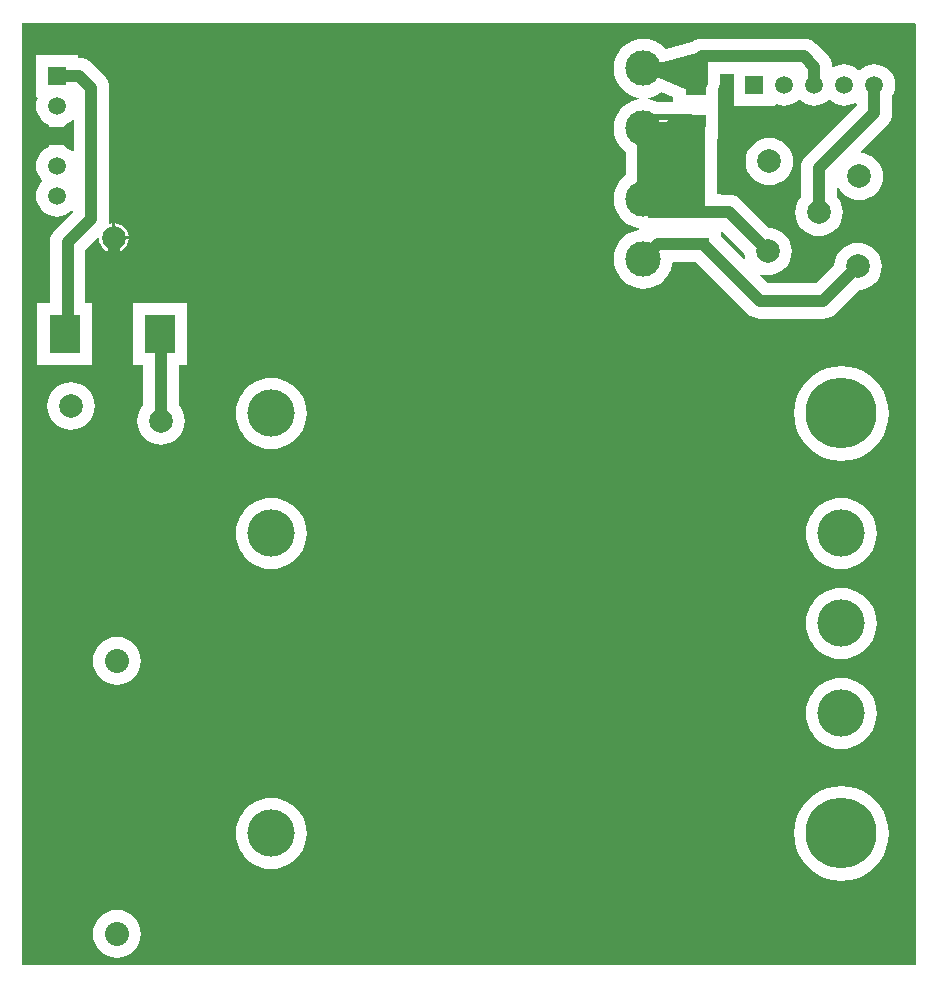
<source format=gbl>
G04*
G04 #@! TF.GenerationSoftware,Altium Limited,Altium Designer,19.0.10 (269)*
G04*
G04 Layer_Physical_Order=2*
G04 Layer_Color=16711680*
%FSLAX25Y25*%
%MOIN*%
G70*
G01*
G75*
%ADD10C,0.03937*%
%ADD11C,0.05906*%
%ADD12R,0.05906X0.05906*%
%ADD13R,0.05906X0.05906*%
%ADD14C,0.15748*%
%ADD15C,0.23622*%
%ADD16C,0.07874*%
%ADD17C,0.11811*%
%ADD18C,0.08000*%
%ADD19R,0.07087X0.04134*%
%ADD20R,0.10315X0.12598*%
G36*
X298000Y313500D02*
Y0D01*
X0D01*
Y314000D01*
X297500D01*
X298000Y313500D01*
D02*
G37*
%LPC*%
G36*
X260500Y308934D02*
X226500D01*
X225342Y308820D01*
X224229Y308482D01*
X223203Y307934D01*
X223049Y307807D01*
X214445Y305444D01*
X213993Y305993D01*
X212495Y307223D01*
X210785Y308137D01*
X208929Y308700D01*
X207000Y308890D01*
X205070Y308700D01*
X203215Y308137D01*
X201505Y307223D01*
X200007Y305993D01*
X198777Y304495D01*
X197863Y302785D01*
X197300Y300929D01*
X197110Y299000D01*
X197300Y297071D01*
X197863Y295215D01*
X198777Y293505D01*
X200007Y292007D01*
X201505Y290777D01*
X203215Y289863D01*
X205070Y289300D01*
X205565Y289251D01*
Y288749D01*
X205070Y288700D01*
X203215Y288137D01*
X201505Y287223D01*
X200007Y285993D01*
X198777Y284495D01*
X197863Y282785D01*
X197300Y280929D01*
X197110Y279000D01*
X197300Y277070D01*
X197863Y275215D01*
X198777Y273505D01*
X200007Y272007D01*
X201066Y271137D01*
Y263363D01*
X200007Y262493D01*
X198777Y260995D01*
X197863Y259285D01*
X197300Y257430D01*
X197110Y255500D01*
X197300Y253571D01*
X197863Y251715D01*
X198777Y250005D01*
X200007Y248507D01*
X201505Y247277D01*
X203215Y246363D01*
X205070Y245800D01*
X205565Y245751D01*
Y245249D01*
X205070Y245200D01*
X203215Y244637D01*
X201505Y243723D01*
X200007Y242493D01*
X198777Y240995D01*
X197863Y239285D01*
X197300Y237429D01*
X197110Y235500D01*
X197300Y233571D01*
X197863Y231715D01*
X198777Y230005D01*
X200007Y228507D01*
X201505Y227277D01*
X203215Y226363D01*
X205070Y225800D01*
X207000Y225610D01*
X208929Y225800D01*
X210785Y226363D01*
X212495Y227277D01*
X213993Y228507D01*
X215223Y230005D01*
X216137Y231715D01*
X216700Y233571D01*
X216798Y234566D01*
X218020D01*
Y234496D01*
X224612D01*
X241804Y217304D01*
X242703Y216566D01*
X243729Y216018D01*
X244842Y215680D01*
X246000Y215566D01*
X267000D01*
X268158Y215680D01*
X269271Y216018D01*
X270297Y216566D01*
X271196Y217304D01*
X279032Y225140D01*
X280044Y225240D01*
X281528Y225690D01*
X282896Y226421D01*
X284095Y227405D01*
X285079Y228604D01*
X285810Y229972D01*
X286260Y231456D01*
X286412Y233000D01*
X286260Y234544D01*
X285810Y236028D01*
X285079Y237396D01*
X284095Y238595D01*
X282896Y239579D01*
X281528Y240310D01*
X280044Y240760D01*
X278500Y240912D01*
X276956Y240760D01*
X275472Y240310D01*
X274104Y239579D01*
X272905Y238595D01*
X271921Y237396D01*
X271190Y236028D01*
X270740Y234544D01*
X270640Y233532D01*
X264542Y227434D01*
X248458D01*
X245834Y230058D01*
X246099Y230500D01*
X246956Y230240D01*
X248500Y230088D01*
X250044Y230240D01*
X251528Y230690D01*
X252896Y231421D01*
X254095Y232405D01*
X255079Y233604D01*
X255810Y234972D01*
X256260Y236456D01*
X256412Y238000D01*
X256260Y239544D01*
X255810Y241028D01*
X255079Y242396D01*
X254095Y243595D01*
X252896Y244579D01*
X251528Y245310D01*
X250044Y245760D01*
X249032Y245860D01*
X239696Y255196D01*
X238797Y255934D01*
X237771Y256482D01*
X236658Y256820D01*
X235500Y256934D01*
X232980D01*
Y257004D01*
X231471D01*
Y275496D01*
X231980D01*
Y285996D01*
Y291725D01*
X231982Y291729D01*
X232320Y292842D01*
X232434Y294000D01*
Y297066D01*
X237110D01*
Y286610D01*
X250890D01*
Y286864D01*
X251261Y287087D01*
X251390Y287092D01*
X252649Y286710D01*
X254000Y286577D01*
X255351Y286710D01*
X256649Y287104D01*
X257846Y287744D01*
X258634Y288390D01*
X259000Y288557D01*
X259366Y288390D01*
X260154Y287744D01*
X261351Y287104D01*
X262649Y286710D01*
X264000Y286577D01*
X265351Y286710D01*
X266649Y287104D01*
X267846Y287744D01*
X268634Y288390D01*
X269000Y288557D01*
X269366Y288390D01*
X270154Y287744D01*
X271351Y287104D01*
X272649Y286710D01*
X274000Y286577D01*
X275351Y286710D01*
X276649Y287104D01*
X277566Y287594D01*
X278066Y287294D01*
Y286657D01*
X261304Y269895D01*
X260566Y268996D01*
X260018Y267970D01*
X259680Y266857D01*
X259566Y265699D01*
Y256181D01*
X258921Y255396D01*
X258190Y254028D01*
X257740Y252544D01*
X257588Y251000D01*
X257740Y249456D01*
X258190Y247972D01*
X258921Y246604D01*
X259905Y245405D01*
X261104Y244421D01*
X262472Y243690D01*
X263956Y243240D01*
X265500Y243088D01*
X267044Y243240D01*
X268528Y243690D01*
X269896Y244421D01*
X271095Y245405D01*
X272079Y246604D01*
X272810Y247972D01*
X273260Y249456D01*
X273412Y251000D01*
X273260Y252544D01*
X272810Y254028D01*
X272079Y255396D01*
X271434Y256181D01*
Y259390D01*
X271934Y259516D01*
X272421Y258604D01*
X273405Y257405D01*
X274604Y256421D01*
X275972Y255690D01*
X277456Y255240D01*
X279000Y255088D01*
X280544Y255240D01*
X282028Y255690D01*
X283396Y256421D01*
X284595Y257405D01*
X285579Y258604D01*
X286310Y259972D01*
X286760Y261456D01*
X286912Y263000D01*
X286760Y264544D01*
X286310Y266028D01*
X285579Y267396D01*
X284595Y268595D01*
X283396Y269579D01*
X282028Y270310D01*
X280544Y270760D01*
X279678Y270845D01*
X279509Y271316D01*
X288196Y280003D01*
X288934Y280902D01*
X289482Y281928D01*
X289820Y283041D01*
X289934Y284199D01*
Y289986D01*
X290396Y290851D01*
X290790Y292149D01*
X290923Y293500D01*
X290790Y294851D01*
X290396Y296149D01*
X289756Y297346D01*
X288895Y298395D01*
X287846Y299256D01*
X286649Y299896D01*
X285351Y300290D01*
X284000Y300423D01*
X282649Y300290D01*
X281351Y299896D01*
X280154Y299256D01*
X279366Y298610D01*
X279000Y298443D01*
X278634Y298610D01*
X277846Y299256D01*
X276649Y299896D01*
X275351Y300290D01*
X274000Y300423D01*
X272649Y300290D01*
X271351Y299896D01*
X270434Y299406D01*
X270300Y299431D01*
X269915Y299694D01*
X269820Y300658D01*
X269482Y301771D01*
X268934Y302797D01*
X268196Y303696D01*
X264696Y307196D01*
X263797Y307934D01*
X262771Y308482D01*
X261658Y308820D01*
X260500Y308934D01*
D02*
G37*
G36*
X18390Y303390D02*
X4610D01*
Y289610D01*
X4864D01*
X5086Y289239D01*
X5092Y289110D01*
X4710Y287851D01*
X4577Y286500D01*
X4710Y285149D01*
X5104Y283851D01*
X5744Y282654D01*
X6605Y281605D01*
X7654Y280744D01*
X8851Y280104D01*
X8938Y280077D01*
X9028Y279585D01*
X13972D01*
X14062Y280077D01*
X14149Y280104D01*
X15346Y280744D01*
X16395Y281605D01*
X16595Y281848D01*
X17066Y281680D01*
Y271320D01*
X16595Y271152D01*
X16395Y271395D01*
X15346Y272256D01*
X14149Y272896D01*
X14062Y272923D01*
X13972Y273415D01*
X9028D01*
X8938Y272923D01*
X8851Y272896D01*
X7654Y272256D01*
X6605Y271395D01*
X5744Y270346D01*
X5104Y269149D01*
X4710Y267851D01*
X4577Y266500D01*
X4710Y265149D01*
X5104Y263851D01*
X5744Y262654D01*
X6605Y261605D01*
Y261395D01*
X5744Y260346D01*
X5104Y259149D01*
X4710Y257851D01*
X4577Y256500D01*
X4710Y255149D01*
X5104Y253851D01*
X5744Y252654D01*
X6605Y251605D01*
X7654Y250744D01*
X8851Y250104D01*
X10149Y249710D01*
X11500Y249577D01*
X12851Y249710D01*
X14149Y250104D01*
X15346Y250744D01*
X16337Y251557D01*
X16579Y251523D01*
X16869Y251393D01*
X16897Y251209D01*
X10871Y245182D01*
X10133Y244283D01*
X9585Y243257D01*
X9247Y242144D01*
X9133Y240986D01*
Y220736D01*
X4972D01*
Y200264D01*
X23162D01*
Y220736D01*
X21001D01*
Y238528D01*
X25068Y242595D01*
X25539Y242359D01*
X25690Y241211D01*
X26188Y240010D01*
X26979Y238979D01*
X28010Y238188D01*
X29211Y237690D01*
X30000Y237586D01*
Y242500D01*
Y247414D01*
X29211Y247310D01*
X29147Y247284D01*
X28777Y247619D01*
X28820Y247762D01*
X28934Y248919D01*
X28934Y248920D01*
Y292500D01*
X28820Y293658D01*
X28482Y294771D01*
X27934Y295797D01*
X27196Y296696D01*
X23196Y300696D01*
X22297Y301434D01*
X21271Y301982D01*
X20158Y302320D01*
X19000Y302434D01*
X18390D01*
Y303390D01*
D02*
G37*
G36*
X249000Y275912D02*
X247456Y275760D01*
X245972Y275310D01*
X244604Y274579D01*
X243405Y273595D01*
X242421Y272396D01*
X241690Y271028D01*
X241240Y269544D01*
X241088Y268000D01*
X241240Y266456D01*
X241690Y264972D01*
X242421Y263604D01*
X243405Y262405D01*
X244604Y261421D01*
X245972Y260690D01*
X247456Y260240D01*
X249000Y260088D01*
X250544Y260240D01*
X252028Y260690D01*
X253396Y261421D01*
X254595Y262405D01*
X255579Y263604D01*
X256310Y264972D01*
X256760Y266456D01*
X256912Y268000D01*
X256760Y269544D01*
X256310Y271028D01*
X255579Y272396D01*
X254595Y273595D01*
X253396Y274579D01*
X252028Y275310D01*
X250544Y275760D01*
X249000Y275912D01*
D02*
G37*
G36*
X31000Y247414D02*
Y243000D01*
X35414D01*
X35310Y243789D01*
X34813Y244990D01*
X34021Y246021D01*
X32990Y246813D01*
X31789Y247310D01*
X31000Y247414D01*
D02*
G37*
G36*
X35414Y242000D02*
X31000D01*
Y237586D01*
X31789Y237690D01*
X32990Y238188D01*
X34021Y238979D01*
X34813Y240010D01*
X35310Y241211D01*
X35414Y242000D01*
D02*
G37*
G36*
X16142Y194412D02*
X14599Y194260D01*
X13115Y193810D01*
X11747Y193079D01*
X10548Y192095D01*
X9564Y190896D01*
X8833Y189528D01*
X8382Y188044D01*
X8230Y186500D01*
X8382Y184956D01*
X8833Y183472D01*
X9564Y182104D01*
X10548Y180905D01*
X11747Y179921D01*
X13115Y179190D01*
X14599Y178740D01*
X16142Y178588D01*
X17686Y178740D01*
X19170Y179190D01*
X20538Y179921D01*
X21737Y180905D01*
X22721Y182104D01*
X23452Y183472D01*
X23902Y184956D01*
X24054Y186500D01*
X23902Y188044D01*
X23452Y189528D01*
X22721Y190896D01*
X21737Y192095D01*
X20538Y193079D01*
X19170Y193810D01*
X17686Y194260D01*
X16142Y194412D01*
D02*
G37*
G36*
X55028Y220736D02*
X36838D01*
Y200264D01*
X40208D01*
Y186681D01*
X39564Y185896D01*
X38833Y184528D01*
X38382Y183044D01*
X38230Y181500D01*
X38382Y179956D01*
X38833Y178472D01*
X39564Y177104D01*
X40548Y175905D01*
X41747Y174921D01*
X43115Y174190D01*
X44599Y173740D01*
X45187Y173682D01*
X45194Y173680D01*
X46352Y173566D01*
X47509Y173680D01*
X48623Y174018D01*
X48650Y174032D01*
X49170Y174190D01*
X50538Y174921D01*
X51737Y175905D01*
X52721Y177104D01*
X53452Y178472D01*
X53902Y179956D01*
X54054Y181500D01*
X53902Y183044D01*
X53452Y184528D01*
X52721Y185896D01*
X52076Y186681D01*
Y200264D01*
X55028D01*
Y220736D01*
D02*
G37*
G36*
X83000Y195847D02*
X81147Y195702D01*
X79339Y195268D01*
X77621Y194556D01*
X76036Y193585D01*
X74622Y192377D01*
X73415Y190964D01*
X72444Y189379D01*
X71732Y187661D01*
X71298Y185853D01*
X71153Y184000D01*
X71298Y182147D01*
X71732Y180339D01*
X72444Y178621D01*
X73415Y177036D01*
X74622Y175622D01*
X76036Y174415D01*
X77621Y173444D01*
X79339Y172732D01*
X81147Y172298D01*
X83000Y172152D01*
X84853Y172298D01*
X86661Y172732D01*
X88379Y173444D01*
X89964Y174415D01*
X91378Y175622D01*
X92585Y177036D01*
X93556Y178621D01*
X94268Y180339D01*
X94702Y182147D01*
X94848Y184000D01*
X94702Y185853D01*
X94268Y187661D01*
X93556Y189379D01*
X92585Y190964D01*
X91378Y192377D01*
X89964Y193585D01*
X88379Y194556D01*
X86661Y195268D01*
X84853Y195702D01*
X83000Y195847D01*
D02*
G37*
G36*
X273000Y199797D02*
X270529Y199602D01*
X268119Y199024D01*
X265828Y198075D01*
X263715Y196780D01*
X261830Y195170D01*
X260220Y193285D01*
X258925Y191172D01*
X257976Y188882D01*
X257398Y186471D01*
X257203Y184000D01*
X257398Y181529D01*
X257976Y179119D01*
X258925Y176828D01*
X260220Y174715D01*
X261830Y172830D01*
X263715Y171220D01*
X265828Y169925D01*
X268119Y168976D01*
X270529Y168398D01*
X273000Y168203D01*
X275471Y168398D01*
X277882Y168976D01*
X280172Y169925D01*
X282285Y171220D01*
X284170Y172830D01*
X285780Y174715D01*
X287075Y176828D01*
X288024Y179119D01*
X288602Y181529D01*
X288797Y184000D01*
X288602Y186471D01*
X288024Y188882D01*
X287075Y191172D01*
X285780Y193285D01*
X284170Y195170D01*
X282285Y196780D01*
X280172Y198075D01*
X277882Y199024D01*
X275471Y199602D01*
X273000Y199797D01*
D02*
G37*
G36*
Y155848D02*
X271147Y155702D01*
X269339Y155268D01*
X267621Y154556D01*
X266036Y153585D01*
X264622Y152377D01*
X263415Y150964D01*
X262444Y149379D01*
X261732Y147661D01*
X261298Y145853D01*
X261153Y144000D01*
X261298Y142147D01*
X261732Y140339D01*
X262444Y138621D01*
X263415Y137036D01*
X264622Y135623D01*
X266036Y134415D01*
X267621Y133444D01*
X269339Y132732D01*
X271147Y132298D01*
X273000Y132152D01*
X274853Y132298D01*
X276661Y132732D01*
X278379Y133444D01*
X279964Y134415D01*
X281378Y135623D01*
X282585Y137036D01*
X283556Y138621D01*
X284268Y140339D01*
X284702Y142147D01*
X284847Y144000D01*
X284702Y145853D01*
X284268Y147661D01*
X283556Y149379D01*
X282585Y150964D01*
X281378Y152377D01*
X279964Y153585D01*
X278379Y154556D01*
X276661Y155268D01*
X274853Y155702D01*
X273000Y155848D01*
D02*
G37*
G36*
X83000D02*
X81147Y155702D01*
X79339Y155268D01*
X77621Y154556D01*
X76036Y153585D01*
X74622Y152377D01*
X73415Y150964D01*
X72444Y149379D01*
X71732Y147661D01*
X71298Y145853D01*
X71153Y144000D01*
X71298Y142147D01*
X71732Y140339D01*
X72444Y138621D01*
X73415Y137036D01*
X74622Y135623D01*
X76036Y134415D01*
X77621Y133444D01*
X79339Y132732D01*
X81147Y132298D01*
X83000Y132152D01*
X84853Y132298D01*
X86661Y132732D01*
X88379Y133444D01*
X89964Y134415D01*
X91378Y135623D01*
X92585Y137036D01*
X93556Y138621D01*
X94268Y140339D01*
X94702Y142147D01*
X94848Y144000D01*
X94702Y145853D01*
X94268Y147661D01*
X93556Y149379D01*
X92585Y150964D01*
X91378Y152377D01*
X89964Y153585D01*
X88379Y154556D01*
X86661Y155268D01*
X84853Y155702D01*
X83000Y155848D01*
D02*
G37*
G36*
X273000Y125847D02*
X271147Y125702D01*
X269339Y125268D01*
X267621Y124556D01*
X266036Y123585D01*
X264622Y122378D01*
X263415Y120964D01*
X262444Y119379D01*
X261732Y117661D01*
X261298Y115853D01*
X261153Y114000D01*
X261298Y112147D01*
X261732Y110339D01*
X262444Y108621D01*
X263415Y107036D01*
X264622Y105622D01*
X266036Y104415D01*
X267621Y103444D01*
X269339Y102732D01*
X271147Y102298D01*
X273000Y102153D01*
X274853Y102298D01*
X276661Y102732D01*
X278379Y103444D01*
X279964Y104415D01*
X281378Y105622D01*
X282585Y107036D01*
X283556Y108621D01*
X284268Y110339D01*
X284702Y112147D01*
X284847Y114000D01*
X284702Y115853D01*
X284268Y117661D01*
X283556Y119379D01*
X282585Y120964D01*
X281378Y122378D01*
X279964Y123585D01*
X278379Y124556D01*
X276661Y125268D01*
X274853Y125702D01*
X273000Y125847D01*
D02*
G37*
G36*
X31500Y109475D02*
X29944Y109322D01*
X28448Y108868D01*
X27069Y108131D01*
X25861Y107140D01*
X24869Y105931D01*
X24132Y104552D01*
X23678Y103056D01*
X23525Y101500D01*
X23678Y99944D01*
X24132Y98448D01*
X24869Y97069D01*
X25861Y95860D01*
X27069Y94869D01*
X28448Y94132D01*
X29944Y93678D01*
X31500Y93525D01*
X33056Y93678D01*
X34552Y94132D01*
X35931Y94869D01*
X37139Y95860D01*
X38131Y97069D01*
X38868Y98448D01*
X39322Y99944D01*
X39475Y101500D01*
X39322Y103056D01*
X38868Y104552D01*
X38131Y105931D01*
X37139Y107140D01*
X35931Y108131D01*
X34552Y108868D01*
X33056Y109322D01*
X31500Y109475D01*
D02*
G37*
G36*
X273000Y95847D02*
X271147Y95702D01*
X269339Y95268D01*
X267621Y94556D01*
X266036Y93585D01*
X264622Y92378D01*
X263415Y90964D01*
X262444Y89379D01*
X261732Y87661D01*
X261298Y85853D01*
X261153Y84000D01*
X261298Y82147D01*
X261732Y80339D01*
X262444Y78621D01*
X263415Y77036D01*
X264622Y75622D01*
X266036Y74415D01*
X267621Y73444D01*
X269339Y72732D01*
X271147Y72298D01*
X273000Y72153D01*
X274853Y72298D01*
X276661Y72732D01*
X278379Y73444D01*
X279964Y74415D01*
X281378Y75622D01*
X282585Y77036D01*
X283556Y78621D01*
X284268Y80339D01*
X284702Y82147D01*
X284847Y84000D01*
X284702Y85853D01*
X284268Y87661D01*
X283556Y89379D01*
X282585Y90964D01*
X281378Y92378D01*
X279964Y93585D01*
X278379Y94556D01*
X276661Y95268D01*
X274853Y95702D01*
X273000Y95847D01*
D02*
G37*
G36*
X83000Y55848D02*
X81147Y55702D01*
X79339Y55268D01*
X77621Y54556D01*
X76036Y53585D01*
X74622Y52377D01*
X73415Y50964D01*
X72444Y49379D01*
X71732Y47661D01*
X71298Y45853D01*
X71153Y44000D01*
X71298Y42147D01*
X71732Y40339D01*
X72444Y38621D01*
X73415Y37036D01*
X74622Y35623D01*
X76036Y34415D01*
X77621Y33444D01*
X79339Y32732D01*
X81147Y32298D01*
X83000Y32153D01*
X84853Y32298D01*
X86661Y32732D01*
X88379Y33444D01*
X89964Y34415D01*
X91378Y35623D01*
X92585Y37036D01*
X93556Y38621D01*
X94268Y40339D01*
X94702Y42147D01*
X94848Y44000D01*
X94702Y45853D01*
X94268Y47661D01*
X93556Y49379D01*
X92585Y50964D01*
X91378Y52377D01*
X89964Y53585D01*
X88379Y54556D01*
X86661Y55268D01*
X84853Y55702D01*
X83000Y55848D01*
D02*
G37*
G36*
X273000Y59797D02*
X270529Y59602D01*
X268119Y59024D01*
X265828Y58075D01*
X263715Y56780D01*
X261830Y55170D01*
X260220Y53285D01*
X258925Y51172D01*
X257976Y48882D01*
X257398Y46471D01*
X257203Y44000D01*
X257398Y41529D01*
X257976Y39118D01*
X258925Y36828D01*
X260220Y34715D01*
X261830Y32830D01*
X263715Y31220D01*
X265828Y29925D01*
X268119Y28976D01*
X270529Y28398D01*
X273000Y28203D01*
X275471Y28398D01*
X277882Y28976D01*
X280172Y29925D01*
X282285Y31220D01*
X284170Y32830D01*
X285780Y34715D01*
X287075Y36828D01*
X288024Y39118D01*
X288602Y41529D01*
X288797Y44000D01*
X288602Y46471D01*
X288024Y48882D01*
X287075Y51172D01*
X285780Y53285D01*
X284170Y55170D01*
X282285Y56780D01*
X280172Y58075D01*
X277882Y59024D01*
X275471Y59602D01*
X273000Y59797D01*
D02*
G37*
G36*
X31500Y18475D02*
X29944Y18322D01*
X28448Y17868D01*
X27069Y17131D01*
X25861Y16139D01*
X24869Y14931D01*
X24132Y13552D01*
X23678Y12056D01*
X23525Y10500D01*
X23678Y8944D01*
X24132Y7448D01*
X24869Y6069D01*
X25861Y4860D01*
X27069Y3869D01*
X28448Y3132D01*
X29944Y2678D01*
X31500Y2525D01*
X33056Y2678D01*
X34552Y3132D01*
X35931Y3869D01*
X37139Y4860D01*
X38131Y6069D01*
X38868Y7448D01*
X39322Y8944D01*
X39475Y10500D01*
X39322Y12056D01*
X38868Y13552D01*
X38131Y14931D01*
X37139Y16139D01*
X35931Y17131D01*
X34552Y17868D01*
X33056Y18322D01*
X31500Y18475D01*
D02*
G37*
%LPD*%
G36*
X225500Y290000D02*
X205323Y298820D01*
X226000Y304500D01*
X225500Y290000D01*
D02*
G37*
G36*
X217020Y289373D02*
Y287721D01*
X211564D01*
X210785Y288137D01*
X208929Y288700D01*
X208435Y288749D01*
Y289251D01*
X208929Y289300D01*
X210785Y289863D01*
X212495Y290777D01*
X212951Y291151D01*
X217020Y289373D01*
D02*
G37*
G36*
X217333Y281750D02*
X227500D01*
Y251250D01*
X225500Y249250D01*
X208500D01*
Y283250D01*
X209000Y283750D01*
X224000D01*
X217333Y281750D01*
D02*
G37*
G36*
X240640Y237468D02*
X240740Y236456D01*
X241000Y235599D01*
X240558Y235334D01*
X232980Y242912D01*
Y244421D01*
X233480Y244628D01*
X240640Y237468D01*
D02*
G37*
%LPC*%
G36*
X217333Y281750D02*
X211500D01*
X209000Y279250D01*
X217333Y281750D01*
D02*
G37*
%LPD*%
D10*
X19000Y296500D02*
X23000Y292500D01*
Y248919D02*
Y292500D01*
X207000Y235500D02*
X212000Y240500D01*
X225500D01*
X226500Y294000D02*
Y303000D01*
X260500D01*
X224500Y292000D02*
X226500Y294000D01*
X260500Y303000D02*
X264000Y299500D01*
X207000Y299000D02*
X217500D01*
X11500Y296500D02*
X19000D01*
X15067Y211500D02*
Y240986D01*
X23000Y248919D01*
X30500Y137000D02*
X59500Y108000D01*
Y93000D02*
Y108000D01*
X30500Y137000D02*
Y242500D01*
X264000Y293500D02*
Y299500D01*
X265500Y251000D02*
Y265699D01*
X284000Y284199D01*
Y293500D01*
X46142Y181500D02*
Y210291D01*
Y179709D02*
Y181500D01*
X45933Y210500D02*
X46142Y210291D01*
Y179709D02*
X46352Y179500D01*
X246000Y221500D02*
X267000D01*
X227000Y240500D02*
X246000Y221500D01*
X225500Y240500D02*
X227000D01*
X267000Y221500D02*
X278500Y233000D01*
X207000Y255500D02*
Y279000D01*
X11500Y276500D02*
X12046Y275954D01*
X211500Y251000D02*
X225500D01*
X207000Y255500D02*
X211500Y251000D01*
X218200Y281500D02*
X224500D01*
X215700Y279000D02*
X218200Y281500D01*
X207000Y279000D02*
X215700D01*
X225500Y251000D02*
X235500D01*
X248500Y238000D01*
D11*
X284000Y293500D02*
D03*
X274000D02*
D03*
X264000D02*
D03*
X254000D02*
D03*
X11500Y256500D02*
D03*
Y266500D02*
D03*
Y276500D02*
D03*
Y286500D02*
D03*
D12*
X244000Y293500D02*
D03*
D13*
X11500Y296500D02*
D03*
D14*
X273000Y114000D02*
D03*
X83000Y44000D02*
D03*
Y84000D02*
D03*
Y144000D02*
D03*
Y184000D02*
D03*
X273000Y84000D02*
D03*
Y144000D02*
D03*
D15*
Y184000D02*
D03*
Y44000D02*
D03*
D16*
X16142Y186500D02*
D03*
X46142Y181500D02*
D03*
X248500Y238000D02*
D03*
X278500Y233000D02*
D03*
X279000Y263000D02*
D03*
X249000Y268000D02*
D03*
X59500Y93000D02*
D03*
X30500Y242500D02*
D03*
X265500Y251000D02*
D03*
D17*
X207000Y255500D02*
D03*
Y235500D02*
D03*
Y299000D02*
D03*
Y279000D02*
D03*
D18*
X31500Y10500D02*
D03*
Y101500D02*
D03*
D19*
X225500Y251000D02*
D03*
Y240500D02*
D03*
X224500Y292000D02*
D03*
Y281500D02*
D03*
D20*
X14067Y210500D02*
D03*
X45933D02*
D03*
M02*

</source>
